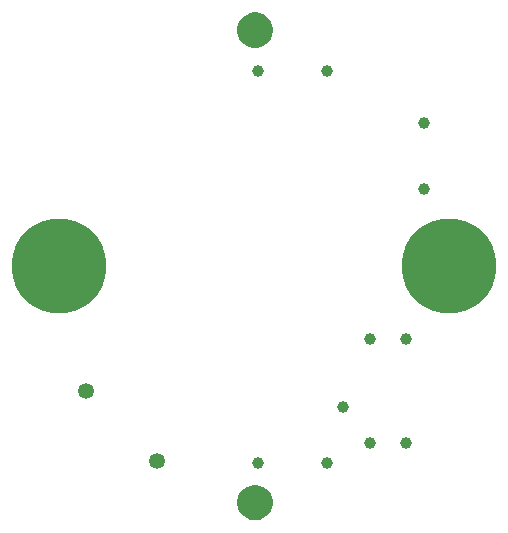
<source format=gbl>
G04*
G04 #@! TF.GenerationSoftware,Altium Limited,Altium Designer,20.1.8 (145)*
G04*
G04 Layer_Physical_Order=2*
G04 Layer_Color=16711680*
%FSTAX43Y43*%
%MOMM*%
G71*
G04*
G04 #@! TF.SameCoordinates,59881587-8D87-46A2-A81E-376F0E243C69*
G04*
G04*
G04 #@! TF.FilePolarity,Positive*
G04*
G01*
G75*
%ADD16C,1.350*%
%ADD17C,1.000*%
%ADD18C,8.000*%
G36*
X0100511Y0056446D02*
X0100784Y0056333D01*
X0101028Y0056169D01*
X0101237Y0055961D01*
X01014Y0055716D01*
X0101513Y0055444D01*
X0101571Y0055155D01*
Y0054855D01*
X0101513Y0054566D01*
X01014Y0054293D01*
X0101236Y0054047D01*
X0101027Y0053838D01*
X0100781Y0053674D01*
X0100508Y0053561D01*
X0100218Y0053503D01*
X0099917D01*
X0099628Y0053561D01*
X0099357Y0053673D01*
X0099112Y0053837D01*
X0098904Y0054045D01*
X0098741Y0054289D01*
X0098628Y0054561D01*
X0098571Y005485D01*
Y005515D01*
X0098628Y0055439D01*
X0098741Y0055711D01*
X0098904Y0055955D01*
X0099112Y0056163D01*
X0099357Y0056327D01*
X0099628Y0056439D01*
X0099917Y0056497D01*
X0100064Y0056497D01*
X0100075Y0056503D01*
Y0056503D01*
X0100223D01*
X0100511Y0056446D01*
D02*
G37*
G36*
Y0096446D02*
X0100784Y0096333D01*
X0101028Y0096169D01*
X0101237Y0095961D01*
X01014Y0095716D01*
X0101513Y0095444D01*
X0101571Y0095155D01*
Y0094855D01*
X0101513Y0094566D01*
X01014Y0094293D01*
X0101236Y0094047D01*
X0101027Y0093838D01*
X0100781Y0093674D01*
X0100508Y0093561D01*
X0100218Y0093503D01*
X0099917D01*
X0099628Y0093561D01*
X0099357Y0093673D01*
X0099112Y0093837D01*
X0098904Y0094045D01*
X0098741Y0094289D01*
X0098628Y0094561D01*
X0098571Y009485D01*
Y009515D01*
X0098628Y0095439D01*
X0098741Y0095711D01*
X0098904Y0095955D01*
X0099112Y0096163D01*
X0099357Y0096327D01*
X0099628Y0096439D01*
X0099917Y0096497D01*
X0100064Y0096497D01*
X0100075Y0096503D01*
Y0096503D01*
X0100223D01*
X0100511Y0096446D01*
D02*
G37*
D16*
X0091743Y0058504D02*
D03*
X0085755Y0064484D02*
D03*
D17*
X0114375Y0081525D02*
D03*
Y0087175D02*
D03*
X0100325Y0091525D02*
D03*
X0107475Y0063125D02*
D03*
X0112875Y0068888D02*
D03*
X0109825D02*
D03*
X0112875Y0060012D02*
D03*
X0109825D02*
D03*
X0106175Y0058325D02*
D03*
X0100325D02*
D03*
X0106175Y0091525D02*
D03*
D18*
X00835Y0075D02*
D03*
X01165D02*
D03*
M02*

</source>
